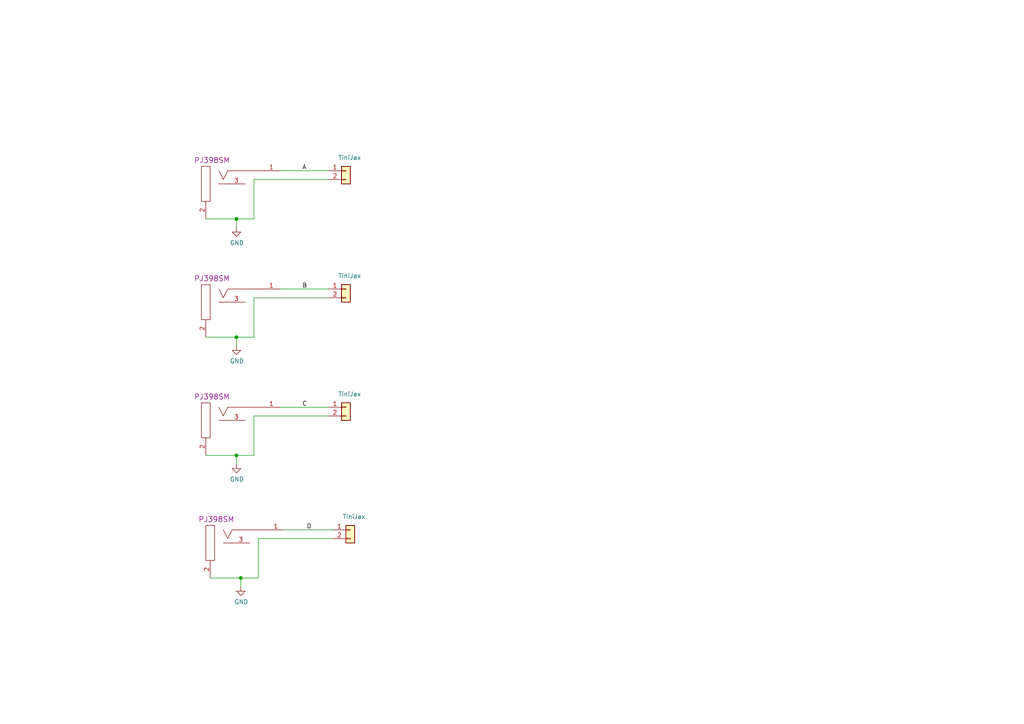
<source format=kicad_sch>
(kicad_sch (version 20231120) (generator "eeschema") (generator_version "8.0")
  (paper "A4")
  (lib_symbols
    (symbol "258D-rescue:GND-power" (power) (pin_names (offset 0))
      (property "Value" "power_GND" (at 0 -3.81 0))
      (symbol "GND-power_0_1"
        (polyline (pts (xy 0 0) (xy 0 -1.27) (xy 1.27 -1.27) (xy 0 -2.54) (xy -1.27 -1.27) (xy 0 -1.27)))
      )
      (symbol "GND-power_1_1"
        (pin power_in line (at 0 0 270) (length 0) hide (name "GND") (number "1"))
      )
    )
    (symbol "4ms_Connector:Conn_01x02" (pin_names (offset 1.016) hide)
      (property "Reference" "J" (at 0 2.54 0))
      (property "Value" "Conn_01x02" (at 0 -5.08 0))
      (symbol "Conn_01x02_1_1"
        (rectangle (start -1.27 -2.413) (end 0 -2.667) (stroke (width 0.1524)))
        (rectangle (start -1.27 0.127) (end 0 -0.127) (stroke (width 0.1524)))
        (rectangle (start -1.27 1.27) (end 1.27 -3.81) (stroke (width 0.254)) (fill (type background)))
        (pin passive line (at -5.08 0 0) (length 3.81) (name "Pin_1") (number "1"))
        (pin passive line (at -5.08 -2.54 0) (length 3.81) (name "Pin_2") (number "2"))
      )
    )
    (symbol "4ms_Jack:3.5mm_Mono_Switched" (pin_names (offset 0) hide)
      (property "Reference" "J" (at -6.35 -7.62 0))
      (property "Value" "3.5mm_Mono_Switched" (at 6.35 6.604 0))
      (symbol "3.5mm_Mono_Switched_0_0"
        (rectangle (start -6.35 5.08) (end -3.81 -5.08))
        (polyline (pts (xy -1.27 0) (xy 1.27 0)))
        (polyline (pts (xy -1.27 3.81) (xy 0 1.27) (xy 1.27 3.81) (xy 11.43 3.81)))
      )
      (symbol "3.5mm_Mono_Switched_1_1"
        (pin passive line (at 16.51 3.81 180) (length 5.08) (name "SIG") (number "1"))
        (pin passive line (at -5.08 -10.16 90) (length 5.08) (name "SHEILD") (number "2"))
        (pin passive line (at 6.35 0 180) (length 5.08) (name "SW") (number "3"))
      )
    )
  )
  (junction (at 68.58 63.5))
  (junction (at 69.85 167.64))
  (junction (at 68.58 97.79))
  (junction (at 68.58 132.08))
  (wire (pts (xy 74.93 156.21) (xy 74.93 167.64)))
  (wire (pts (xy 81.28 118.11) (xy 95.25 118.11)))
  (wire (pts (xy 73.66 97.79) (xy 68.58 97.79)))
  (wire (pts (xy 68.58 97.79) (xy 59.69 97.79)))
  (wire (pts (xy 73.66 120.65) (xy 73.66 132.08)))
  (wire (pts (xy 73.66 63.5) (xy 68.58 63.5)))
  (wire (pts (xy 95.25 52.07) (xy 73.66 52.07)))
  (wire (pts (xy 68.58 63.5) (xy 68.58 66.04)))
  (wire (pts (xy 81.28 49.53) (xy 95.25 49.53)))
  (wire (pts (xy 73.66 86.36) (xy 73.66 97.79)))
  (wire (pts (xy 95.25 86.36) (xy 73.66 86.36)))
  (wire (pts (xy 96.52 156.21) (xy 74.93 156.21)))
  (wire (pts (xy 73.66 132.08) (xy 68.58 132.08)))
  (wire (pts (xy 73.66 52.07) (xy 73.66 63.5)))
  (wire (pts (xy 81.28 83.82) (xy 95.25 83.82)))
  (wire (pts (xy 68.58 132.08) (xy 68.58 134.62)))
  (wire (pts (xy 68.58 132.08) (xy 59.69 132.08)))
  (wire (pts (xy 74.93 167.64) (xy 69.85 167.64)))
  (wire (pts (xy 69.85 167.64) (xy 60.96 167.64)))
  (wire (pts (xy 69.85 167.64) (xy 69.85 170.18)))
  (wire (pts (xy 82.55 153.67) (xy 96.52 153.67)))
  (wire (pts (xy 68.58 97.79) (xy 68.58 100.33)))
  (wire (pts (xy 68.58 63.5) (xy 59.69 63.5)))
  (wire (pts (xy 95.25 120.65) (xy 73.66 120.65)))
  (label "C" (at 87.63 118.11 0))
  (label "A" (at 87.63 49.53 0))
  (label "D" (at 88.9 153.67 0))
  (label "B" (at 87.63 83.82 0))
  (symbol (lib_id "258D-rescue:GND-power") (at 68.58 66.04 0) (unit 1)
    (property "Reference" "#PWR01" (effects (hide yes)))
    (property "Value" "GND" (at 68.707 70.4342 0))
  )
  (symbol (lib_id "258D-rescue:GND-power") (at 69.85 170.18 0) (unit 1)
    (property "Reference" "#PWR04" (effects (hide yes)))
    (property "Value" "GND" (at 69.977 174.5742 0))
  )
  (symbol (lib_id "4ms_Connector:Conn_01x02") (at 100.33 49.53 0) (unit 1)
    (property "Reference" "J5" (effects (hide yes)))
    (property "Value" "TiniJax" (at 98.044 45.72 0) (effects (justify left)))
    (property "Footprint" "258d lib:Switchcraft_41" (effects (hide yes)))
    (property "Description" "HEADER 1x2 MALE PINS 0.100” 180deg" (effects (hide yes)))
    (property "Specifications" "Pins_01x02, Header, Male Pins, 1*2, spacing 2.54mm, straight pin" (effects (hide yes)))
    (property "Manufacturer" "TAD" (effects (hide yes)))
    (property "Part Number" "1-0201FBV0T" (effects (hide yes)))
    (property "Production Stage" "B" (effects (hide yes)))
  )
  (symbol (lib_id "4ms_Connector:Conn_01x02") (at 100.33 118.11 0) (unit 1)
    (property "Reference" "J6" (effects (hide yes)))
    (property "Value" "TiniJax" (at 98.044 114.3 0) (effects (justify left)))
    (property "Footprint" "258d lib:Switchcraft_41" (effects (hide yes)))
    (property "Description" "HEADER 1x2 MALE PINS 0.100” 180deg" (effects (hide yes)))
    (property "Specifications" "Pins_01x02, Header, Male Pins, 1*2, spacing 2.54mm, straight pin" (effects (hide yes)))
    (property "Manufacturer" "TAD" (effects (hide yes)))
    (property "Part Number" "1-0201FBV0T" (effects (hide yes)))
    (property "Production Stage" "B" (effects (hide yes)))
  )
  (symbol (lib_id "4ms_Jack:3.5mm_Mono_Switched") (at 64.77 53.34 0) (unit 1)
    (property "Reference" "J1" (effects (hide yes)))
    (property "Value" "3.5mm_Mono_Switched" (effects (hide yes)))
    (property "Footprint" "4ms_Jack:EighthInch_PJ398SM" (effects (hide yes)))
    (property "Datasheet" "PJ398SM" (at 61.468 46.482 0) (effects (font (size 1.524 1.524))))
    (property "Description" "Audio 3.5mm Jack, mono, switched, PC-pin Vertical" (effects (hide yes)))
    (property "Specifications" "Audio 3.5mm Jack, mono, switched, PC-pin Vertical" (effects (hide yes)))
    (property "Manufacturer" "Wenzhou QingPu Electronics Co" (effects (hide yes)))
    (property "Part Number" "WQP-WQP518MA" (effects (hide yes)))
    (property "Production Stage" "C" (effects (hide yes)))
  )
  (symbol (lib_id "258D-rescue:GND-power") (at 68.58 134.62 0) (unit 1)
    (property "Reference" "#PWR03" (effects (hide yes)))
    (property "Value" "GND" (at 68.707 139.0142 0))
  )
  (symbol (lib_id "4ms_Jack:3.5mm_Mono_Switched") (at 64.77 87.63 0) (unit 1)
    (property "Reference" "J2" (effects (hide yes)))
    (property "Value" "3.5mm_Mono_Switched" (effects (hide yes)))
    (property "Footprint" "4ms_Jack:EighthInch_PJ398SM" (effects (hide yes)))
    (property "Datasheet" "PJ398SM" (at 61.468 80.772 0) (effects (font (size 1.524 1.524))))
    (property "Description" "Audio 3.5mm Jack, mono, switched, PC-pin Vertical" (effects (hide yes)))
    (property "Specifications" "Audio 3.5mm Jack, mono, switched, PC-pin Vertical" (effects (hide yes)))
    (property "Manufacturer" "Wenzhou QingPu Electronics Co" (effects (hide yes)))
    (property "Part Number" "WQP-WQP518MA" (effects (hide yes)))
    (property "Production Stage" "C" (effects (hide yes)))
  )
  (symbol (lib_id "4ms_Jack:3.5mm_Mono_Switched") (at 66.04 157.48 0) (unit 1)
    (property "Reference" "J7" (effects (hide yes)))
    (property "Value" "3.5mm_Mono_Switched" (effects (hide yes)))
    (property "Footprint" "4ms_Jack:EighthInch_PJ398SM" (effects (hide yes)))
    (property "Datasheet" "PJ398SM" (at 62.738 150.622 0) (effects (font (size 1.524 1.524))))
    (property "Description" "Audio 3.5mm Jack, mono, switched, PC-pin Vertical" (effects (hide yes)))
    (property "Specifications" "Audio 3.5mm Jack, mono, switched, PC-pin Vertical" (effects (hide yes)))
    (property "Manufacturer" "Wenzhou QingPu Electronics Co" (effects (hide yes)))
    (property "Part Number" "WQP-WQP518MA" (effects (hide yes)))
    (property "Production Stage" "C" (effects (hide yes)))
  )
  (symbol (lib_id "4ms_Jack:3.5mm_Mono_Switched") (at 64.77 121.92 0) (unit 1)
    (property "Reference" "J4" (effects (hide yes)))
    (property "Value" "3.5mm_Mono_Switched" (effects (hide yes)))
    (property "Footprint" "4ms_Jack:EighthInch_PJ398SM" (effects (hide yes)))
    (property "Datasheet" "PJ398SM" (at 61.468 115.062 0) (effects (font (size 1.524 1.524))))
    (property "Description" "Audio 3.5mm Jack, mono, switched, PC-pin Vertical" (effects (hide yes)))
    (property "Specifications" "Audio 3.5mm Jack, mono, switched, PC-pin Vertical" (effects (hide yes)))
    (property "Manufacturer" "Wenzhou QingPu Electronics Co" (effects (hide yes)))
    (property "Part Number" "WQP-WQP518MA" (effects (hide yes)))
    (property "Production Stage" "C" (effects (hide yes)))
  )
  (symbol (lib_id "258D-rescue:GND-power") (at 68.58 100.33 0) (unit 1)
    (property "Reference" "#PWR02" (effects (hide yes)))
    (property "Value" "GND" (at 68.707 104.7242 0))
  )
  (symbol (lib_id "4ms_Connector:Conn_01x02") (at 101.6 153.67 0) (unit 1)
    (property "Reference" "J8" (effects (hide yes)))
    (property "Value" "TiniJax" (at 99.314 149.86 0) (effects (justify left)))
    (property "Footprint" "258d lib:Switchcraft_41" (effects (hide yes)))
    (property "Description" "HEADER 1x2 MALE PINS 0.100” 180deg" (effects (hide yes)))
    (property "Specifications" "Pins_01x02, Header, Male Pins, 1*2, spacing 2.54mm, straight pin" (effects (hide yes)))
    (property "Manufacturer" "TAD" (effects (hide yes)))
    (property "Part Number" "1-0201FBV0T" (effects (hide yes)))
    (property "Production Stage" "B" (effects (hide yes)))
  )
  (symbol (lib_id "4ms_Connector:Conn_01x02") (at 100.33 83.82 0) (unit 1)
    (property "Reference" "J3" (effects (hide yes)))
    (property "Value" "TiniJax" (at 98.044 80.01 0) (effects (justify left)))
    (property "Footprint" "258d lib:Switchcraft_41" (effects (hide yes)))
    (property "Description" "HEADER 1x2 MALE PINS 0.100” 180deg" (effects (hide yes)))
    (property "Specifications" "Pins_01x02, Header, Male Pins, 1*2, spacing 2.54mm, straight pin" (effects (hide yes)))
    (property "Manufacturer" "TAD" (effects (hide yes)))
    (property "Part Number" "1-0201FBV0T" (effects (hide yes)))
    (property "Production Stage" "B" (effects (hide yes)))
  )
)
</source>
